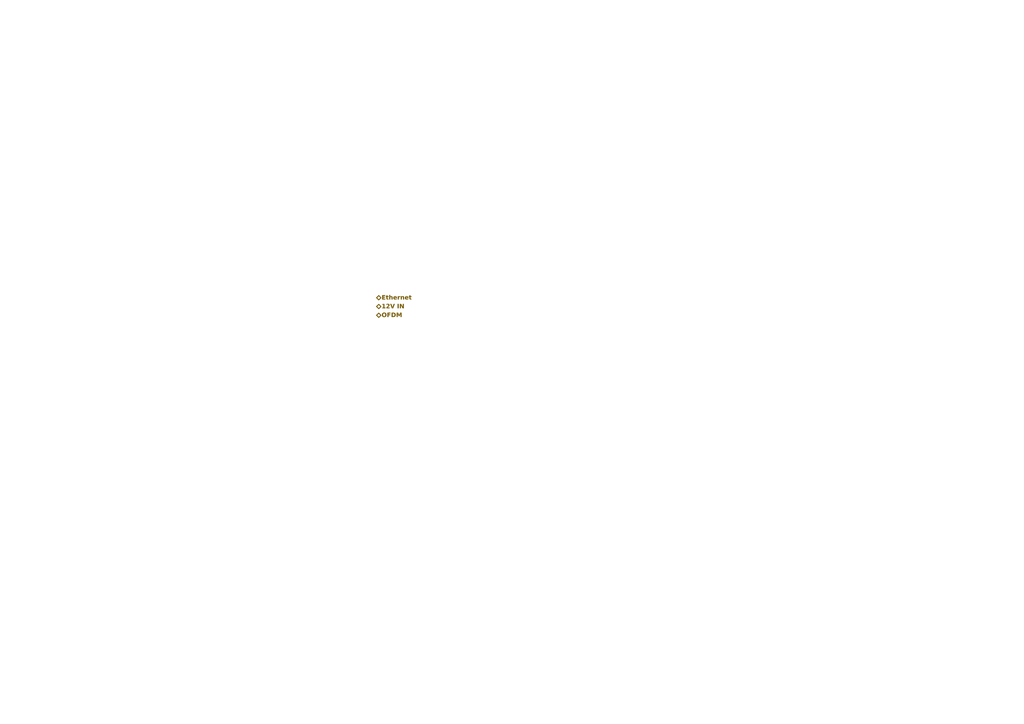
<source format=kicad_sch>
(kicad_sch
	(version 20240101)
	(generator "eeschema")
	(generator_version "8.99")
	(uuid "9656877e-9947-4465-b8a7-40790b2fc774")
	(paper "A4")
	(lib_symbols)
	(hierarchical_label "OFDM"
		(shape bidirectional)
		(at 109.22 91.44 0)
		(fields_autoplaced yes)
		(effects
			(font
				(face "JetBrains Mono")
				(size 1.27 1.27)
				(thickness 0.254)
				(bold yes)
			)
			(justify left)
		)
		(uuid "19a27453-3cbc-4bb7-a2bc-a264aebd473b")
	)
	(hierarchical_label "12V IN"
		(shape bidirectional)
		(at 109.22 88.9 0)
		(fields_autoplaced yes)
		(effects
			(font
				(face "JetBrains Mono")
				(size 1.27 1.27)
				(thickness 0.254)
				(bold yes)
			)
			(justify left)
		)
		(uuid "3a6c9421-e944-40af-9b71-8d0f2fef334e")
	)
	(hierarchical_label "Ethernet"
		(shape bidirectional)
		(at 109.22 86.36 0)
		(fields_autoplaced yes)
		(effects
			(font
				(face "JetBrains Mono")
				(size 1.27 1.27)
				(thickness 0.254)
				(bold yes)
			)
			(justify left)
		)
		(uuid "6a402674-229a-4b8c-baba-0c8eb4132eec")
	)
)
</source>
